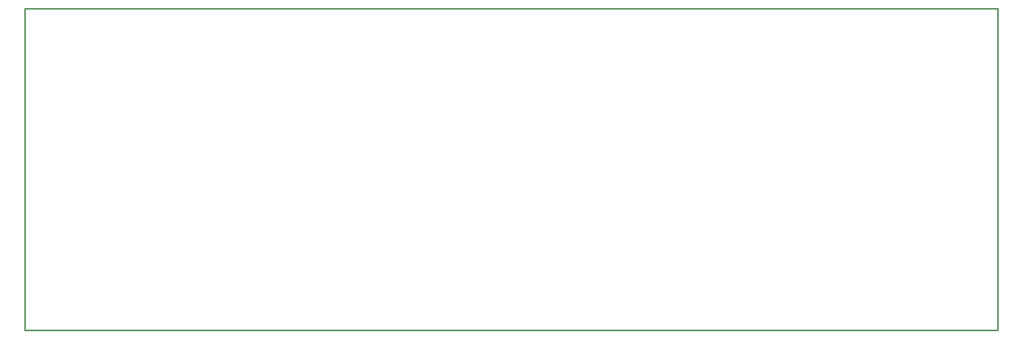
<source format=gbr>
G04 (created by PCBNEW-RS274X (2012-04-29 BZR 3537)-testing) date Sat 07 Jul 2012 01:31:47 PM CEST*
G01*
G70*
G90*
%MOIN*%
G04 Gerber Fmt 3.4, Leading zero omitted, Abs format*
%FSLAX34Y34*%
G04 APERTURE LIST*
%ADD10C,0.006000*%
%ADD11C,0.015000*%
G04 APERTURE END LIST*
G54D10*
G54D11*
X16500Y-53500D02*
X16500Y-16500D01*
X128500Y-53500D02*
X16500Y-53500D01*
X128500Y-16500D02*
X128500Y-53500D01*
X16500Y-16500D02*
X128500Y-16500D01*
M02*

</source>
